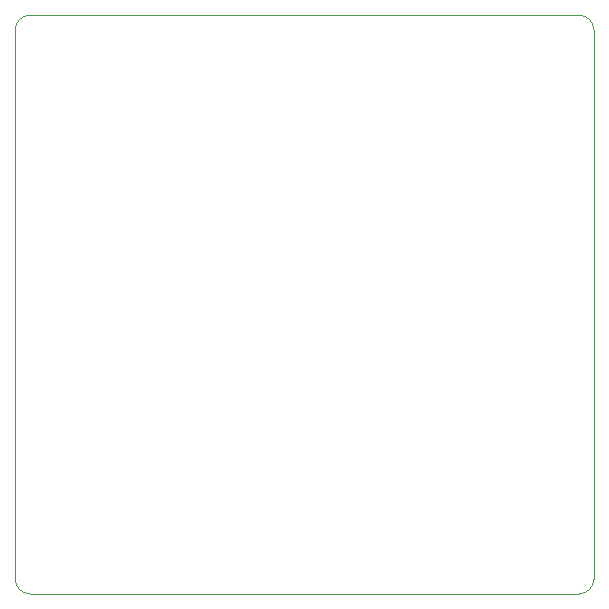
<source format=gbr>
%TF.GenerationSoftware,KiCad,Pcbnew,7.0.6*%
%TF.CreationDate,2023-07-08T15:34:54+08:00*%
%TF.ProjectId,KeyboardInterface,4b657962-6f61-4726-9449-6e7465726661,rev?*%
%TF.SameCoordinates,Original*%
%TF.FileFunction,Profile,NP*%
%FSLAX46Y46*%
G04 Gerber Fmt 4.6, Leading zero omitted, Abs format (unit mm)*
G04 Created by KiCad (PCBNEW 7.0.6) date 2023-07-08 15:34:54*
%MOMM*%
%LPD*%
G01*
G04 APERTURE LIST*
%TA.AperFunction,Profile*%
%ADD10C,0.100000*%
%TD*%
G04 APERTURE END LIST*
D10*
X74558026Y-99431974D02*
X121021974Y-99431974D01*
X121021974Y-99431974D02*
G75*
G03*
X122291974Y-98161974I26J1269974D01*
G01*
X73288026Y-98161974D02*
G75*
G03*
X74558026Y-99431974I1269974J-26D01*
G01*
X122291974Y-51698026D02*
G75*
G03*
X121021974Y-50428026I-1269974J26D01*
G01*
X121021974Y-50428026D02*
X74558026Y-50428026D01*
X74558026Y-50428026D02*
G75*
G03*
X73288026Y-51698026I-26J-1269974D01*
G01*
X122291974Y-98161974D02*
X122291974Y-51698026D01*
X73288026Y-51698026D02*
X73288026Y-98161974D01*
M02*

</source>
